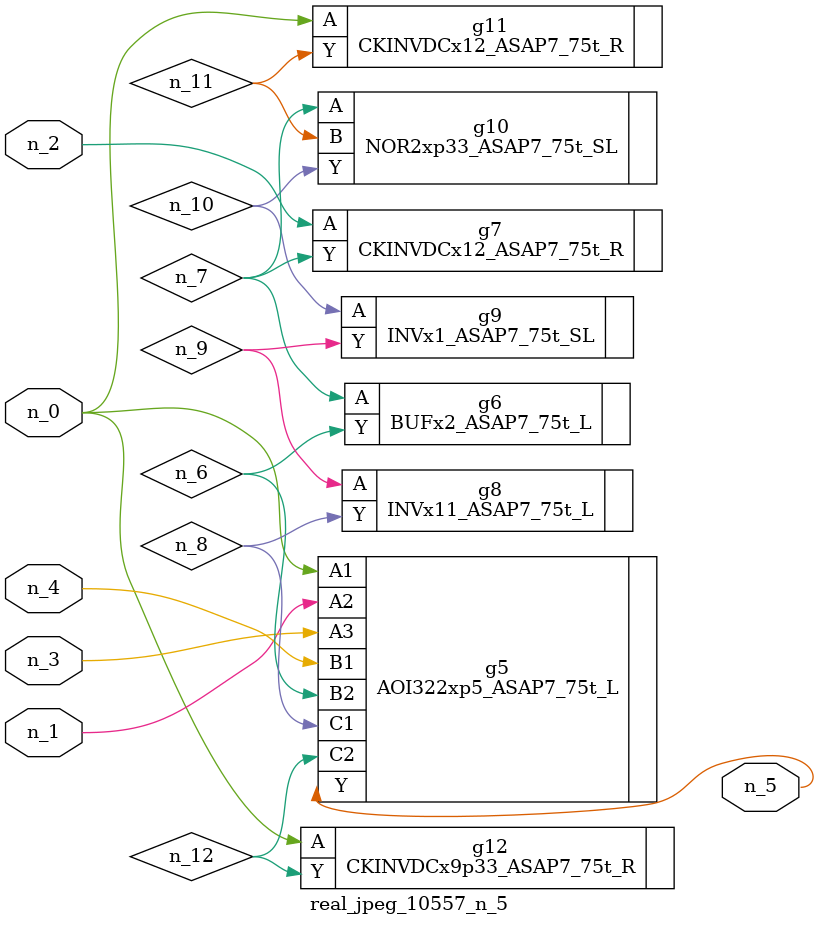
<source format=v>
module real_jpeg_10557_n_5 (n_4, n_0, n_1, n_2, n_3, n_5);

input n_4;
input n_0;
input n_1;
input n_2;
input n_3;

output n_5;

wire n_12;
wire n_8;
wire n_11;
wire n_6;
wire n_7;
wire n_10;
wire n_9;

AOI322xp5_ASAP7_75t_L g5 ( 
.A1(n_0),
.A2(n_1),
.A3(n_3),
.B1(n_4),
.B2(n_6),
.C1(n_8),
.C2(n_12),
.Y(n_5)
);

CKINVDCx12_ASAP7_75t_R g11 ( 
.A(n_0),
.Y(n_11)
);

CKINVDCx9p33_ASAP7_75t_R g12 ( 
.A(n_0),
.Y(n_12)
);

CKINVDCx12_ASAP7_75t_R g7 ( 
.A(n_2),
.Y(n_7)
);

BUFx2_ASAP7_75t_L g6 ( 
.A(n_7),
.Y(n_6)
);

NOR2xp33_ASAP7_75t_SL g10 ( 
.A(n_7),
.B(n_11),
.Y(n_10)
);

INVx11_ASAP7_75t_L g8 ( 
.A(n_9),
.Y(n_8)
);

INVx1_ASAP7_75t_SL g9 ( 
.A(n_10),
.Y(n_9)
);


endmodule
</source>
